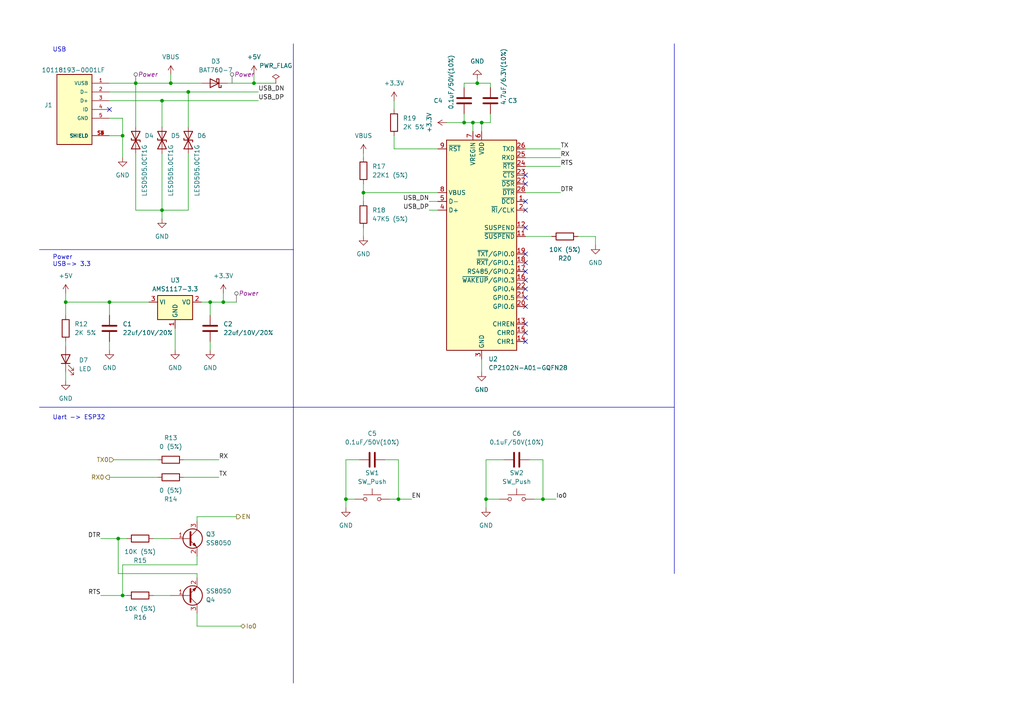
<source format=kicad_sch>
(kicad_sch (version 20230121) (generator eeschema)
  (paper "A4")
  (lib_symbols
    (symbol "Device:C" (pin_numbers hide) (pin_names (offset 0.254))
      (property "Reference" "C" (at 0.635 2.54 0))
      (property "Value" "C" (at 0.635 -2.54 0))
      (symbol "C_0_1"
        (polyline (pts (xy -2.032 -0.762) (xy 2.032 -0.762)) (stroke (width 0.508)))
        (polyline (pts (xy -2.032 0.762) (xy 2.032 0.762)) (stroke (width 0.508)))
      )
      (symbol "C_1_1"
        (pin passive line (at 0 3.81 270) (length 2.794) (name "~") (number "1"))
        (pin passive line (at 0 -3.81 90) (length 2.794) (name "~") (number "2"))
      )
    )
    (symbol "Device:D_Schottky" (pin_numbers hide) (pin_names (offset 1.016) hide)
      (property "Reference" "D" (at 0 2.54 0))
      (property "Value" "D_Schottky" (at 0 -2.54 0))
      (symbol "D_Schottky_0_1"
        (polyline (pts (xy 1.27 0) (xy -1.27 0)))
        (polyline (pts (xy 1.27 1.27) (xy 1.27 -1.27) (xy -1.27 0) (xy 1.27 1.27)) (stroke (width 0.254)))
        (polyline (pts (xy -1.905 0.635) (xy -1.905 1.27) (xy -1.27 1.27) (xy -1.27 -1.27) (xy -0.635 -1.27) (xy -0.635 -0.635)) (stroke (width 0.254)))
      )
      (symbol "D_Schottky_1_1"
        (pin passive line (at -3.81 0 0) (length 2.54) (name "K") (number "1"))
        (pin passive line (at 3.81 0 180) (length 2.54) (name "A") (number "2"))
      )
    )
    (symbol "Device:D_TVS" (pin_numbers hide) (pin_names (offset 1.016) hide)
      (property "Reference" "D" (at 0 2.54 0))
      (property "Value" "D_TVS" (at 0 -2.54 0))
      (symbol "D_TVS_0_1"
        (polyline (pts (xy 1.27 0) (xy -1.27 0)))
        (polyline (pts (xy 0.508 1.27) (xy 0 1.27) (xy 0 -1.27) (xy -0.508 -1.27)) (stroke (width 0.254)))
        (polyline (pts (xy -2.54 1.27) (xy -2.54 -1.27) (xy 2.54 1.27) (xy 2.54 -1.27) (xy -2.54 1.27)) (stroke (width 0.254)))
      )
      (symbol "D_TVS_1_1"
        (pin passive line (at -3.81 0 0) (length 2.54) (name "A1") (number "1"))
        (pin passive line (at 3.81 0 180) (length 2.54) (name "A2") (number "2"))
      )
    )
    (symbol "Device:LED" (pin_numbers hide) (pin_names (offset 1.016) hide)
      (property "Reference" "D" (at 0 2.54 0))
      (property "Value" "LED" (at 0 -2.54 0))
      (symbol "LED_0_1"
        (polyline (pts (xy -1.27 -1.27) (xy -1.27 1.27)) (stroke (width 0.254)))
        (polyline (pts (xy -1.27 0) (xy 1.27 0)))
        (polyline (pts (xy 1.27 -1.27) (xy 1.27 1.27) (xy -1.27 0) (xy 1.27 -1.27)) (stroke (width 0.254)))
        (polyline (pts (xy -3.048 -0.762) (xy -4.572 -2.286) (xy -3.81 -2.286) (xy -4.572 -2.286) (xy -4.572 -1.524)))
        (polyline (pts (xy -1.778 -0.762) (xy -3.302 -2.286) (xy -2.54 -2.286) (xy -3.302 -2.286) (xy -3.302 -1.524)))
      )
      (symbol "LED_1_1"
        (pin passive line (at -3.81 0 0) (length 2.54) (name "K") (number "1"))
        (pin passive line (at 3.81 0 180) (length 2.54) (name "A") (number "2"))
      )
    )
    (symbol "Device:Q_NPN_BEC" (pin_names (offset 0) hide)
      (property "Reference" "Q" (at 5.08 1.27 0))
      (property "Value" "Q_NPN_BEC" (at 5.08 -1.27 0))
      (symbol "Q_NPN_BEC_0_1"
        (polyline (pts (xy 0.635 0.635) (xy 2.54 2.54)))
        (polyline (pts (xy 0.635 -0.635) (xy 2.54 -2.54) (xy 2.54 -2.54)))
        (polyline (pts (xy 0.635 1.905) (xy 0.635 -1.905) (xy 0.635 -1.905)) (stroke (width 0.508)))
        (polyline (pts (xy 1.27 -1.778) (xy 1.778 -1.27) (xy 2.286 -2.286) (xy 1.27 -1.778) (xy 1.27 -1.778)) (fill (type outline)))
        (circle (center 1.27 0) (radius 2.8194) (stroke (width 0.254)))
      )
      (symbol "Q_NPN_BEC_1_1"
        (pin input line (at -5.08 0 0) (length 5.715) (name "B") (number "1"))
        (pin passive line (at 2.54 -5.08 90) (length 2.54) (name "E") (number "2"))
        (pin passive line (at 2.54 5.08 270) (length 2.54) (name "C") (number "3"))
      )
    )
    (symbol "Device:R" (pin_numbers hide) (pin_names (offset 0))
      (property "Reference" "R" (at 2.032 0 90))
      (property "Value" "R" (at 0 0 90))
      (symbol "R_0_1"
        (rectangle (start -1.016 -2.54) (end 1.016 2.54) (stroke (width 0.254)))
      )
      (symbol "R_1_1"
        (pin passive line (at 0 3.81 270) (length 1.27) (name "~") (number "1"))
        (pin passive line (at 0 -3.81 90) (length 1.27) (name "~") (number "2"))
      )
    )
    (symbol "Interface_USB:CP2102N-Axx-xQFN28"
      (property "Reference" "U" (at -8.89 31.75 0))
      (property "Value" "CP2102N-Axx-xQFN28" (at 12.7 31.75 0))
      (symbol "CP2102N-Axx-xQFN28_0_1"
        (rectangle (start -10.16 30.48) (end 10.16 -30.48) (stroke (width 0.254)) (fill (type background)))
      )
      (symbol "CP2102N-Axx-xQFN28_1_1"
        (pin input line (at 12.7 12.7 180) (length 2.54) (name "~{DCD}") (number "1"))
        (pin no_connect line (at -10.16 -27.94 0) (length 2.54) hide (name "NC") (number "10"))
        (pin output line (at 12.7 2.54 180) (length 2.54) (name "~{SUSPEND}") (number "11"))
        (pin output line (at 12.7 5.08 180) (length 2.54) (name "SUSPEND") (number "12"))
        (pin output line (at 12.7 -22.86 180) (length 2.54) (name "CHREN") (number "13"))
        (pin output line (at 12.7 -27.94 180) (length 2.54) (name "CHR1") (number "14"))
        (pin output line (at 12.7 -25.4 180) (length 2.54) (name "CHR0") (number "15"))
        (pin bidirectional line (at 12.7 -10.16 180) (length 2.54) (name "~{WAKEUP}/GPIO.3") (number "16"))
        (pin bidirectional line (at 12.7 -7.62 180) (length 2.54) (name "RS485/GPIO.2") (number "17"))
        (pin bidirectional line (at 12.7 -5.08 180) (length 2.54) (name "~{RXT}/GPIO.1") (number "18"))
        (pin bidirectional line (at 12.7 -2.54 180) (length 2.54) (name "~{TXT}/GPIO.0") (number "19"))
        (pin bidirectional line (at 12.7 10.16 180) (length 2.54) (name "~{RI}/CLK") (number "2"))
        (pin bidirectional line (at 12.7 -17.78 180) (length 2.54) (name "GPIO.6") (number "20"))
        (pin bidirectional line (at 12.7 -15.24 180) (length 2.54) (name "GPIO.5") (number "21"))
        (pin bidirectional line (at 12.7 -12.7 180) (length 2.54) (name "GPIO.4") (number "22"))
        (pin input line (at 12.7 20.32 180) (length 2.54) (name "~{CTS}") (number "23"))
        (pin output line (at 12.7 22.86 180) (length 2.54) (name "~{RTS}") (number "24"))
        (pin input line (at 12.7 25.4 180) (length 2.54) (name "RXD") (number "25"))
        (pin output line (at 12.7 27.94 180) (length 2.54) (name "TXD") (number "26"))
        (pin input line (at 12.7 17.78 180) (length 2.54) (name "~{DSR}") (number "27"))
        (pin output line (at 12.7 15.24 180) (length 2.54) (name "~{DTR}") (number "28"))
        (pin passive line (at 0 -33.02 90) (length 2.54) hide (name "GND") (number "29"))
        (pin power_in line (at 0 -33.02 90) (length 2.54) (name "GND") (number "3"))
        (pin bidirectional line (at -12.7 10.16 0) (length 2.54) (name "D+") (number "4"))
        (pin bidirectional line (at -12.7 12.7 0) (length 2.54) (name "D-") (number "5"))
        (pin power_in line (at 0 33.02 270) (length 2.54) (name "VDD") (number "6"))
        (pin power_in line (at -2.54 33.02 270) (length 2.54) (name "VREGIN") (number "7"))
        (pin input line (at -12.7 15.24 0) (length 2.54) (name "VBUS") (number "8"))
        (pin input line (at -12.7 27.94 0) (length 2.54) (name "~{RST}") (number "9"))
      )
    )
    (symbol "LocoNetInterface:10118193-0001LF" (pin_names (offset 1.016))
      (property "Reference" "J" (at -5.0817 10.9286 0))
      (property "Value" "10118193-0001LF" (at -5.0819 -12.7097 0))
      (symbol "10118193-0001LF_0_0"
        (rectangle (start -5.08 -10.16) (end 5.08 10.16) (stroke (width 0.254)) (fill (type background)))
        (pin passive line (at -10.16 7.62 0) (length 5.08) (name "VUSB") (number "1"))
        (pin passive line (at -10.16 5.08 0) (length 5.08) (name "D-") (number "2"))
        (pin passive line (at -10.16 2.54 0) (length 5.08) (name "D+") (number "3"))
        (pin passive line (at -10.16 0 0) (length 5.08) (name "ID") (number "4"))
        (pin passive line (at -10.16 -2.54 0) (length 5.08) (name "GND") (number "5"))
        (pin passive line (at -10.16 -7.62 0) (length 5.08) (name "SHIELD") (number "S1"))
        (pin passive line (at -10.16 -7.62 0) (length 5.08) (name "SHIELD") (number "S2"))
        (pin passive line (at -10.16 -7.62 0) (length 5.08) (name "SHIELD") (number "S3"))
        (pin passive line (at -10.16 -7.62 0) (length 5.08) (name "SHIELD") (number "S4"))
        (pin passive line (at -10.16 -7.62 0) (length 5.08) (name "SHIELD") (number "S5"))
        (pin passive line (at -10.16 -7.62 0) (length 5.08) (name "SHIELD") (number "S6"))
      )
    )
    (symbol "Regulator_Linear:AMS1117-3.3"
      (property "Reference" "U" (at -3.81 3.175 0))
      (property "Value" "AMS1117-3.3" (at 0 3.175 0))
      (symbol "AMS1117-3.3_0_1"
        (rectangle (start -5.08 -5.08) (end 5.08 1.905) (stroke (width 0.254)) (fill (type background)))
      )
      (symbol "AMS1117-3.3_1_1"
        (pin power_in line (at 0 -7.62 90) (length 2.54) (name "GND") (number "1"))
        (pin power_out line (at 7.62 0 180) (length 2.54) (name "VO") (number "2"))
        (pin power_in line (at -7.62 0 0) (length 2.54) (name "VI") (number "3"))
      )
    )
    (symbol "Switch:SW_Push" (pin_numbers hide) (pin_names (offset 1.016) hide)
      (property "Reference" "SW" (at 1.27 2.54 0))
      (property "Value" "SW_Push" (at 0 -1.524 0))
      (symbol "SW_Push_0_1"
        (circle (center -2.032 0) (radius 0.508))
        (polyline (pts (xy 0 1.27) (xy 0 3.048)))
        (polyline (pts (xy 2.54 1.27) (xy -2.54 1.27)))
        (circle (center 2.032 0) (radius 0.508))
        (pin passive line (at -5.08 0 0) (length 2.54) (name "1") (number "1"))
        (pin passive line (at 5.08 0 180) (length 2.54) (name "2") (number "2"))
      )
    )
    (symbol "power:+3.3V" (power) (pin_names (offset 0))
      (property "Value" "+3.3V" (at 0 3.556 0))
      (symbol "+3.3V_0_1"
        (polyline (pts (xy -0.762 1.27) (xy 0 2.54)))
        (polyline (pts (xy 0 0) (xy 0 2.54)))
        (polyline (pts (xy 0 2.54) (xy 0.762 1.27)))
      )
      (symbol "+3.3V_1_1"
        (pin power_in line (at 0 0 90) (length 0) hide (name "+3.3V") (number "1"))
      )
    )
    (symbol "power:+5V" (power) (pin_names (offset 0))
      (property "Value" "+5V" (at 0 3.556 0))
      (symbol "+5V_0_1"
        (polyline (pts (xy -0.762 1.27) (xy 0 2.54)))
        (polyline (pts (xy 0 0) (xy 0 2.54)))
        (polyline (pts (xy 0 2.54) (xy 0.762 1.27)))
      )
      (symbol "+5V_1_1"
        (pin power_in line (at 0 0 90) (length 0) hide (name "+5V") (number "1"))
      )
    )
    (symbol "power:GND" (power) (pin_names (offset 0))
      (property "Value" "GND" (at 0 -3.81 0))
      (symbol "GND_0_1"
        (polyline (pts (xy 0 0) (xy 0 -1.27) (xy 1.27 -1.27) (xy 0 -2.54) (xy -1.27 -1.27) (xy 0 -1.27)))
      )
      (symbol "GND_1_1"
        (pin power_in line (at 0 0 270) (length 0) hide (name "GND") (number "1"))
      )
    )
    (symbol "power:PWR_FLAG" (power) (pin_numbers hide) (pin_names (offset 0) hide)
      (property "Value" "PWR_FLAG" (at 0 3.81 0))
      (symbol "PWR_FLAG_0_0"
        (pin power_out line (at 0 0 90) (length 0) (name "pwr") (number "1"))
      )
      (symbol "PWR_FLAG_0_1"
        (polyline (pts (xy 0 0) (xy 0 1.27) (xy -1.016 1.905) (xy 0 2.54) (xy 1.016 1.905) (xy 0 1.27)))
      )
    )
    (symbol "power:VBUS" (power) (pin_names (offset 0))
      (property "Value" "VBUS" (at 0 3.81 0))
      (symbol "VBUS_0_1"
        (polyline (pts (xy -0.762 1.27) (xy 0 2.54)))
        (polyline (pts (xy 0 0) (xy 0 2.54)))
        (polyline (pts (xy 0 2.54) (xy 0.762 1.27)))
      )
      (symbol "VBUS_1_1"
        (pin power_in line (at 0 0 90) (length 0) hide (name "VBUS") (number "1"))
      )
    )
  )
  (junction (at 35.56 39.37))
  (junction (at 60.96 87.63))
  (junction (at 54.61 26.67))
  (junction (at 49.53 24.13))
  (junction (at 137.16 35.56))
  (junction (at 139.7 35.56))
  (junction (at 115.57 144.78))
  (junction (at 64.77 87.63))
  (junction (at 19.05 87.63))
  (junction (at 105.41 55.88))
  (junction (at 134.62 35.56))
  (junction (at 39.37 24.13))
  (junction (at 35.56 172.72))
  (junction (at 157.48 144.78))
  (junction (at 140.97 144.78))
  (junction (at 34.29 156.21))
  (junction (at 46.99 60.96))
  (junction (at 138.43 24.13))
  (junction (at 73.66 24.13))
  (junction (at 31.75 87.63))
  (junction (at 46.99 29.21))
  (junction (at 100.33 144.78))
  (no_connect (at 152.4 60.96))
  (no_connect (at 152.4 86.36))
  (no_connect (at 152.4 73.66))
  (no_connect (at 152.4 88.9))
  (no_connect (at 152.4 96.52))
  (no_connect (at 152.4 93.98))
  (no_connect (at 152.4 53.34))
  (no_connect (at 31.75 31.75))
  (no_connect (at 152.4 83.82))
  (no_connect (at 152.4 58.42))
  (no_connect (at 152.4 78.74))
  (no_connect (at 152.4 81.28))
  (no_connect (at 152.4 66.04))
  (no_connect (at 152.4 99.06))
  (no_connect (at 152.4 50.8))
  (no_connect (at 152.4 76.2))
  (wire (pts (xy 46.99 60.96) (xy 39.37 60.96)))
  (wire (pts (xy 39.37 24.13) (xy 39.37 36.83)))
  (wire (pts (xy 157.48 133.35) (xy 157.48 144.78)))
  (wire (pts (xy 140.97 133.35) (xy 146.05 133.35)))
  (wire (pts (xy 105.41 55.88) (xy 105.41 58.42)))
  (wire (pts (xy 140.97 147.32) (xy 140.97 144.78)))
  (wire (pts (xy 124.46 60.96) (xy 127 60.96)))
  (wire (pts (xy 19.05 85.09) (xy 19.05 87.63)))
  (wire (pts (xy 57.15 149.86) (xy 57.15 151.13)))
  (wire (pts (xy 115.57 133.35) (xy 115.57 144.78)))
  (wire (pts (xy 64.77 87.63) (xy 68.58 87.63)))
  (polyline (pts (xy 11.43 118.11) (xy 85.09 118.11)))
  (wire (pts (xy 60.96 87.63) (xy 58.42 87.63)))
  (wire (pts (xy 140.97 144.78) (xy 140.97 133.35)))
  (wire (pts (xy 138.43 22.86) (xy 138.43 24.13)))
  (wire (pts (xy 46.99 29.21) (xy 74.93 29.21)))
  (wire (pts (xy 34.29 156.21) (xy 36.83 156.21)))
  (wire (pts (xy 39.37 24.13) (xy 49.53 24.13)))
  (wire (pts (xy 46.99 29.21) (xy 46.99 36.83)))
  (wire (pts (xy 139.7 35.56) (xy 142.24 35.56)))
  (wire (pts (xy 153.67 133.35) (xy 157.48 133.35)))
  (polyline (pts (xy 195.58 118.11) (xy 195.58 166.37)))
  (wire (pts (xy 57.15 177.8) (xy 57.15 181.61)))
  (wire (pts (xy 64.77 87.63) (xy 60.96 87.63)))
  (wire (pts (xy 31.75 138.43) (xy 45.72 138.43)))
  (wire (pts (xy 113.03 144.78) (xy 115.57 144.78)))
  (wire (pts (xy 57.15 167.64) (xy 57.15 166.37)))
  (wire (pts (xy 33.02 133.35) (xy 45.72 133.35)))
  (wire (pts (xy 60.96 99.06) (xy 60.96 101.6)))
  (wire (pts (xy 64.77 85.09) (xy 64.77 87.63)))
  (wire (pts (xy 140.97 144.78) (xy 144.78 144.78)))
  (wire (pts (xy 114.3 29.21) (xy 114.3 31.75)))
  (wire (pts (xy 139.7 38.1) (xy 139.7 35.56)))
  (wire (pts (xy 19.05 87.63) (xy 19.05 91.44)))
  (wire (pts (xy 73.66 24.13) (xy 66.04 24.13)))
  (wire (pts (xy 60.96 87.63) (xy 60.96 91.44)))
  (wire (pts (xy 142.24 24.13) (xy 138.43 24.13)))
  (wire (pts (xy 142.24 35.56) (xy 142.24 33.02)))
  (wire (pts (xy 46.99 44.45) (xy 46.99 60.96)))
  (wire (pts (xy 152.4 55.88) (xy 162.56 55.88)))
  (wire (pts (xy 152.4 48.26) (xy 162.56 48.26)))
  (wire (pts (xy 57.15 181.61) (xy 69.85 181.61)))
  (polyline (pts (xy 85.09 72.39) (xy 85.09 118.11)))
  (wire (pts (xy 54.61 26.67) (xy 54.61 36.83)))
  (wire (pts (xy 124.46 58.42) (xy 127 58.42)))
  (wire (pts (xy 152.4 68.58) (xy 160.02 68.58)))
  (wire (pts (xy 31.75 99.06) (xy 31.75 101.6)))
  (wire (pts (xy 154.94 144.78) (xy 157.48 144.78)))
  (wire (pts (xy 49.53 21.59) (xy 49.53 24.13)))
  (wire (pts (xy 31.75 87.63) (xy 43.18 87.63)))
  (wire (pts (xy 53.34 133.35) (xy 63.5 133.35)))
  (wire (pts (xy 134.62 35.56) (xy 134.62 33.02)))
  (wire (pts (xy 115.57 144.78) (xy 119.38 144.78)))
  (wire (pts (xy 129.54 35.56) (xy 134.62 35.56)))
  (wire (pts (xy 39.37 60.96) (xy 39.37 44.45)))
  (polyline (pts (xy 11.43 72.39) (xy 85.09 72.39)))
  (wire (pts (xy 100.33 144.78) (xy 100.33 147.32)))
  (wire (pts (xy 73.66 21.59) (xy 73.66 24.13)))
  (wire (pts (xy 134.62 24.13) (xy 134.62 25.4)))
  (wire (pts (xy 46.99 63.5) (xy 46.99 60.96)))
  (wire (pts (xy 57.15 166.37) (xy 34.29 166.37)))
  (wire (pts (xy 157.48 144.78) (xy 161.29 144.78)))
  (wire (pts (xy 63.5 138.43) (xy 53.34 138.43)))
  (wire (pts (xy 100.33 133.35) (xy 100.33 144.78)))
  (wire (pts (xy 19.05 107.95) (xy 19.05 110.49)))
  (wire (pts (xy 31.75 24.13) (xy 39.37 24.13)))
  (wire (pts (xy 31.75 34.29) (xy 35.56 34.29)))
  (wire (pts (xy 138.43 24.13) (xy 134.62 24.13)))
  (polyline (pts (xy 85.09 12.7) (xy 85.09 72.39)))
  (wire (pts (xy 31.75 26.67) (xy 54.61 26.67)))
  (wire (pts (xy 104.14 133.35) (xy 100.33 133.35)))
  (wire (pts (xy 142.24 25.4) (xy 142.24 24.13)))
  (wire (pts (xy 100.33 144.78) (xy 102.87 144.78)))
  (polyline (pts (xy 85.09 118.11) (xy 85.09 198.12)))
  (wire (pts (xy 105.41 55.88) (xy 127 55.88)))
  (wire (pts (xy 105.41 66.04) (xy 105.41 68.58)))
  (wire (pts (xy 29.21 172.72) (xy 35.56 172.72)))
  (wire (pts (xy 54.61 60.96) (xy 54.61 44.45)))
  (wire (pts (xy 31.75 39.37) (xy 35.56 39.37)))
  (wire (pts (xy 34.29 166.37) (xy 34.29 156.21)))
  (wire (pts (xy 44.45 172.72) (xy 49.53 172.72)))
  (wire (pts (xy 35.56 34.29) (xy 35.56 39.37)))
  (wire (pts (xy 35.56 163.83) (xy 35.56 172.72)))
  (polyline (pts (xy 85.09 118.11) (xy 195.58 118.11)))
  (polyline (pts (xy 195.58 12.7) (xy 195.58 118.11)))
  (wire (pts (xy 46.99 60.96) (xy 54.61 60.96)))
  (wire (pts (xy 44.45 156.21) (xy 49.53 156.21)))
  (wire (pts (xy 114.3 39.37) (xy 114.3 43.18)))
  (wire (pts (xy 31.75 29.21) (xy 46.99 29.21)))
  (wire (pts (xy 68.58 149.86) (xy 57.15 149.86)))
  (wire (pts (xy 105.41 44.45) (xy 105.41 45.72)))
  (wire (pts (xy 29.21 156.21) (xy 34.29 156.21)))
  (wire (pts (xy 49.53 24.13) (xy 58.42 24.13)))
  (wire (pts (xy 139.7 104.14) (xy 139.7 107.95)))
  (wire (pts (xy 111.76 133.35) (xy 115.57 133.35)))
  (wire (pts (xy 137.16 35.56) (xy 139.7 35.56)))
  (wire (pts (xy 57.15 163.83) (xy 35.56 163.83)))
  (wire (pts (xy 172.72 68.58) (xy 167.64 68.58)))
  (wire (pts (xy 57.15 161.29) (xy 57.15 163.83)))
  (wire (pts (xy 35.56 172.72) (xy 36.83 172.72)))
  (wire (pts (xy 137.16 38.1) (xy 137.16 35.56)))
  (wire (pts (xy 19.05 99.06) (xy 19.05 100.33)))
  (wire (pts (xy 73.66 24.13) (xy 80.01 24.13)))
  (wire (pts (xy 50.8 95.25) (xy 50.8 101.6)))
  (wire (pts (xy 105.41 53.34) (xy 105.41 55.88)))
  (wire (pts (xy 35.56 39.37) (xy 35.56 45.72)))
  (wire (pts (xy 152.4 45.72) (xy 162.56 45.72)))
  (wire (pts (xy 54.61 26.67) (xy 74.93 26.67)))
  (wire (pts (xy 172.72 71.12) (xy 172.72 68.58)))
  (wire (pts (xy 114.3 43.18) (xy 127 43.18)))
  (wire (pts (xy 19.05 87.63) (xy 31.75 87.63)))
  (wire (pts (xy 31.75 87.63) (xy 31.75 91.44)))
  (wire (pts (xy 162.56 43.18) (xy 152.4 43.18)))
  (wire (pts (xy 134.62 35.56) (xy 137.16 35.56)))
  (text "Power\nUSB-> 3.3" (at 15.24 77.47 0) (effects (font (size 1.27 1.27)) (justify left bottom)))
  (text "Uart -> ESP32" (at 15.24 121.92 0) (effects (font (size 1.27 1.27)) (justify left bottom)))
  (text "USB" (at 15.24 15.24 0) (effects (font (size 1.27 1.27)) (justify left bottom)))
  (label "RX" (at 63.5 133.35 0))
  (label "TX" (at 63.5 138.43 0))
  (label "USB_DP" (at 74.93 29.21 0))
  (label "USB_DP" (at 124.46 60.96 180))
  (label "TX" (at 162.56 43.18 0))
  (label "RTS" (at 29.21 172.72 180))
  (label "EN" (at 119.38 144.78 0))
  (label "DTR" (at 29.21 156.21 180))
  (label "USB_DN" (at 74.93 26.67 0))
  (label "DTR" (at 162.56 55.88 0))
  (label "Io0" (at 161.29 144.78 0))
  (label "RTS" (at 162.56 48.26 0))
  (label "USB_DN" (at 124.46 58.42 180))
  (label "RX" (at 162.56 45.72 0))
  (hierarchical_label "EN" (shape output) (at 68.58 149.86 0))
  (hierarchical_label "TX0" (shape input) (at 33.02 133.35 180))
  (hierarchical_label "RX0" (shape output) (at 31.75 138.43 180))
  (hierarchical_label "Io0" (shape bidirectional) (at 69.85 181.61 0))
  (netclass_flag "" (length 2.54) (shape round) (at 39.37 24.13 0) (property "Netclass" "Power" (at 39.9796 21.59 0) (effects (font italic) (justify left))))
  (netclass_flag "" (length 2.54) (shape round) (at 68.58 87.63 0) (property "Netclass" "Power" (at 69.1896 85.09 0) (effects (font italic) (justify left))))
  (netclass_flag "" (length 2.54) (shape round) (at 67.31 24.13 0) (property "Netclass" "Power" (at 67.9196 21.59 0) (effects (font italic) (justify left))))
  (symbol (lib_id "Device:C") (at 149.86 133.35 90) (unit 1)
    (property "Reference" "C6" (at 149.86 125.73 90))
    (property "Value" "0.1uF/50V(10%)" (at 149.86 128.27 90))
    (property "Footprint" "Capacitor_SMD:C_0805_2012Metric" (effects hide))
    (property "LCSC" "C49678" (effects hide))
  )
  (symbol (lib_id "Device:LED") (at 19.05 104.14 90) (unit 1)
    (property "Reference" "D7" (at 22.86 104.4575 90) (effects (justify right)))
    (property "Value" "LED" (at 22.86 106.9975 90) (effects (justify right)))
    (property "Footprint" "LED_SMD:LED_0805_2012Metric" (effects hide))
    (property "LCSC" "C2296" (effects hide))
  )
  (symbol (lib_id "power:+5V") (at 73.66 21.59 0) (unit 1)
    (property "Reference" "#PWR011" (effects hide))
    (property "Value" "+5V" (at 73.66 16.51 0))
  )
  (symbol (lib_id "Device:Q_NPN_BEC") (at 54.61 172.72 0) (mirror x) (unit 1)
    (property "Reference" "Q4" (at 59.69 173.99 0) (effects (justify left)))
    (property "Value" "SS8050" (at 59.69 171.45 0) (effects (justify left)))
    (property "Footprint" "Package_TO_SOT_SMD:SOT-23" (effects hide))
    (property "LCSC" "C2150" (effects hide))
  )
  (symbol (lib_id "Device:D_Schottky") (at 62.23 24.13 180) (unit 1)
    (property "Reference" "D3" (at 62.5475 17.78 0))
    (property "Value" "BAT760-7" (at 62.5475 20.32 0))
    (property "Footprint" "Diode_SMD:D_SOD-323" (effects hide))
    (property "LCSC" "C124187" (effects hide))
  )
  (symbol (lib_id "power:GND") (at 172.72 71.12 0) (unit 1)
    (property "Reference" "#PWR029" (effects hide))
    (property "Value" "GND" (at 172.72 76.2 0))
  )
  (symbol (lib_id "Device:R") (at 40.64 172.72 270) (unit 1)
    (property "Reference" "R16" (at 40.64 179.07 90))
    (property "Value" "10K (5%)" (at 40.64 176.53 90))
    (property "Footprint" "Resistor_SMD:R_0805_2012Metric" (effects hide))
    (property "LCSC" "C17414" (effects hide))
  )
  (symbol (lib_id "Device:C") (at 142.24 29.21 0) (unit 1)
    (property "Reference" "C3" (at 147.32 29.21 0) (effects (justify left)))
    (property "Value" "4.7uF/6.3V(10%)" (at 146.05 30.48 90) (effects (justify left)))
    (property "Footprint" "Capacitor_SMD:C_0805_2012Metric" (effects hide))
    (property "LCSC" "C1779" (effects hide))
  )
  (symbol (lib_id "power:GND") (at 60.96 101.6 0) (unit 1)
    (property "Reference" "#PWR022" (effects hide))
    (property "Value" "GND" (at 60.96 106.68 0))
  )
  (symbol (lib_id "LocoNetInterface:10118193-0001LF") (at 21.59 31.75 0) (mirror y) (unit 1)
    (property "Reference" "J1" (at 15.24 30.48 0) (effects (justify left)))
    (property "Value" "10118193-0001LF" (at 30.48 20.32 0) (effects (justify left)))
    (property "Footprint" "AMPHENOL_10118193-0001LF" (effects hide))
    (property "LCSC" "C132562" (effects hide))
    (property "PARTREV" "E" (effects hide))
    (property "MANUFACTURER" "Amphenol FCI" (effects hide))
    (property "MAXIMUM_PACKAGE_HEIGHT" "2.55 mm" (effects hide))
    (property "STANDARD" "Manufacturer Recommendations" (effects hide))
  )
  (symbol (lib_id "Device:R") (at 19.05 95.25 0) (unit 1)
    (property "Reference" "R12" (at 21.59 93.98 0) (effects (justify left)))
    (property "Value" "2K 5%" (at 21.59 96.52 0) (effects (justify left)))
    (property "Footprint" "Resistor_SMD:R_0805_2012Metric" (effects hide))
    (property "LCSC" "C212449" (effects hide))
  )
  (symbol (lib_id "Device:R") (at 163.83 68.58 270) (unit 1)
    (property "Reference" "R20" (at 163.83 74.93 90))
    (property "Value" "10K (5%)" (at 163.83 72.39 90))
    (property "Footprint" "Resistor_SMD:R_0805_2012Metric" (effects hide))
    (property "LCSC" "C17414" (effects hide))
  )
  (symbol (lib_id "power:VBUS") (at 49.53 21.59 0) (unit 1)
    (property "Reference" "#PWR014" (effects hide))
    (property "Value" "VBUS" (at 49.53 16.51 0))
  )
  (symbol (lib_id "Device:D_TVS") (at 39.37 40.64 90) (unit 1)
    (property "Reference" "D4" (at 41.91 39.37 90) (effects (justify right)))
    (property "Value" "LESD5D5.0CT1G" (at 41.91 41.91 0) (effects (justify right)))
    (property "Footprint" "Diode_SMD:D_SOD-523" (effects hide))
    (property "LCSC" "C383211" (effects hide))
  )
  (symbol (lib_id "power:GND") (at 138.43 22.86 180) (unit 1)
    (property "Reference" "#PWR027" (effects hide))
    (property "Value" "GND" (at 138.43 17.78 0))
  )
  (symbol (lib_id "Device:C") (at 134.62 29.21 0) (unit 1)
    (property "Reference" "C4" (at 125.73 29.21 0) (effects (justify left)))
    (property "Value" "0.1uF/50V(10%)" (at 130.81 31.75 90) (effects (justify left)))
    (property "Footprint" "Capacitor_SMD:C_0805_2012Metric" (effects hide))
    (property "LCSC" "C49678" (effects hide))
  )
  (symbol (lib_id "Device:R") (at 105.41 62.23 180) (unit 1)
    (property "Reference" "R18" (at 107.95 60.96 0) (effects (justify right)))
    (property "Value" "47K5 (5%)" (at 107.95 63.5 0) (effects (justify right)))
    (property "Footprint" "Resistor_SMD:R_0805_2012Metric" (effects hide))
    (property "LCSC" "C245335" (effects hide))
  )
  (symbol (lib_id "Switch:SW_Push") (at 149.86 144.78 0) (unit 1)
    (property "Reference" "SW2" (at 149.86 137.16 0))
    (property "Value" "SW_Push" (at 149.86 139.7 0))
    (property "Footprint" "Button_Switch_SMD:SW_Push_1P1T_XKB_TS-1187A" (effects hide))
  )
  (symbol (lib_id "power:GND") (at 35.56 45.72 0) (unit 1)
    (property "Reference" "#PWR015" (effects hide))
    (property "Value" "GND" (at 35.56 50.8 0))
  )
  (symbol (lib_id "power:VBUS") (at 105.41 44.45 0) (unit 1)
    (property "Reference" "#PWR023" (effects hide))
    (property "Value" "VBUS" (at 105.41 39.37 0))
  )
  (symbol (lib_id "power:GND") (at 46.99 63.5 0) (unit 1)
    (property "Reference" "#PWR016" (effects hide))
    (property "Value" "GND" (at 46.99 68.58 0))
  )
  (symbol (lib_id "Device:R") (at 49.53 133.35 90) (unit 1)
    (property "Reference" "R13" (at 49.53 127 90))
    (property "Value" "0 (5%)" (at 49.53 129.54 90))
    (property "Footprint" "Resistor_SMD:R_0805_2012Metric" (effects hide))
    (property "LCSC" "C2936632" (effects hide))
  )
  (symbol (lib_id "power:GND") (at 139.7 107.95 0) (unit 1)
    (property "Reference" "#PWR025" (effects hide))
    (property "Value" "GND" (at 139.7 113.03 0))
  )
  (symbol (lib_id "power:+3.3V") (at 114.3 29.21 0) (unit 1)
    (property "Reference" "#PWR028" (effects hide))
    (property "Value" "+3.3V" (at 114.3 24.13 0))
  )
  (symbol (lib_id "Device:C") (at 60.96 95.25 0) (unit 1)
    (property "Reference" "C2" (at 64.77 93.98 0) (effects (justify left)))
    (property "Value" "22uf/10V/20%" (at 64.77 96.52 0) (effects (justify left)))
    (property "Footprint" "Capacitor_SMD:C_0805_2012Metric" (effects hide))
    (property "LCSC" "C45783" (effects hide))
  )
  (symbol (lib_id "power:+3.3V") (at 64.77 85.09 0) (unit 1)
    (property "Reference" "#PWR018" (effects hide))
    (property "Value" "+3.3V" (at 64.77 80.01 0))
  )
  (symbol (lib_id "Device:R") (at 105.41 49.53 180) (unit 1)
    (property "Reference" "R17" (at 107.95 48.26 0) (effects (justify right)))
    (property "Value" "22K1 (5%)" (at 107.95 50.8 0) (effects (justify right)))
    (property "Footprint" "Resistor_SMD:R_0805_2012Metric" (effects hide))
    (property "LCSC" "C153391" (effects hide))
  )
  (symbol (lib_id "power:GND") (at 31.75 101.6 0) (unit 1)
    (property "Reference" "#PWR020" (effects hide))
    (property "Value" "GND" (at 31.75 106.68 0))
  )
  (symbol (lib_id "power:+3.3V") (at 129.54 35.56 90) (unit 1)
    (property "Reference" "#PWR026" (effects hide))
    (property "Value" "+3.3V" (at 124.46 35.56 0))
  )
  (symbol (lib_id "Device:C") (at 31.75 95.25 0) (unit 1)
    (property "Reference" "C1" (at 35.56 93.98 0) (effects (justify left)))
    (property "Value" "22uf/10V/20%" (at 35.56 96.52 0) (effects (justify left)))
    (property "Footprint" "Capacitor_SMD:C_0805_2012Metric" (effects hide))
    (property "LCSC" "C45783" (effects hide))
  )
  (symbol (lib_id "Device:D_TVS") (at 54.61 40.64 90) (unit 1)
    (property "Reference" "D6" (at 57.15 39.37 90) (effects (justify right)))
    (property "Value" "LESD5D5.0CT1G" (at 57.15 41.91 0) (effects (justify right)))
    (property "Footprint" "Diode_SMD:D_SOD-523" (effects hide))
    (property "LCSC" "C383211" (effects hide))
  )
  (symbol (lib_id "power:PWR_FLAG") (at 80.01 24.13 0) (unit 1)
    (property "Reference" "#FLG02" (effects hide))
    (property "Value" "PWR_FLAG" (at 80.01 19.05 0))
  )
  (symbol (lib_id "power:GND") (at 140.97 147.32 0) (unit 1)
    (property "Reference" "#PWR030" (effects hide))
    (property "Value" "GND" (at 140.97 152.4 0))
  )
  (symbol (lib_id "power:+5V") (at 19.05 85.09 0) (unit 1)
    (property "Reference" "#PWR017" (effects hide))
    (property "Value" "+5V" (at 19.05 80.01 0))
  )
  (symbol (lib_id "Device:R") (at 40.64 156.21 270) (unit 1)
    (property "Reference" "R15" (at 40.64 162.56 90))
    (property "Value" "10K (5%)" (at 40.64 160.02 90))
    (property "Footprint" "Resistor_SMD:R_0805_2012Metric" (effects hide))
    (property "LCSC" "C17414" (effects hide))
  )
  (symbol (lib_id "Switch:SW_Push") (at 107.95 144.78 0) (unit 1)
    (property "Reference" "SW1" (at 107.95 137.16 0))
    (property "Value" "SW_Push" (at 107.95 139.7 0))
    (property "Footprint" "Button_Switch_SMD:SW_Push_1P1T_XKB_TS-1187A" (effects hide))
  )
  (symbol (lib_id "Device:Q_NPN_BEC") (at 54.61 156.21 0) (unit 1)
    (property "Reference" "Q3" (at 59.69 154.94 0) (effects (justify left)))
    (property "Value" "SS8050" (at 59.69 157.48 0) (effects (justify left)))
    (property "Footprint" "Package_TO_SOT_SMD:SOT-23" (effects hide))
    (property "LCSC" "C2150" (effects hide))
  )
  (symbol (lib_id "power:GND") (at 19.05 110.49 0) (unit 1)
    (property "Reference" "#PWR019" (effects hide))
    (property "Value" "GND" (at 19.05 115.57 0))
  )
  (symbol (lib_id "power:GND") (at 105.41 68.58 0) (unit 1)
    (property "Reference" "#PWR024" (effects hide))
    (property "Value" "GND" (at 105.41 73.66 0))
  )
  (symbol (lib_id "Device:R") (at 49.53 138.43 270) (unit 1)
    (property "Reference" "R14" (at 49.53 144.78 90))
    (property "Value" "0 (5%)" (at 49.53 142.24 90))
    (property "Footprint" "Resistor_SMD:R_0805_2012Metric" (effects hide))
    (property "LCSC" "C2936632" (effects hide))
  )
  (symbol (lib_id "Device:C") (at 107.95 133.35 90) (unit 1)
    (property "Reference" "C5" (at 107.95 125.73 90))
    (property "Value" "0.1uF/50V(10%)" (at 107.95 128.27 90))
    (property "Footprint" "Capacitor_SMD:C_0805_2012Metric" (effects hide))
    (property "LCSC" "C49678" (effects hide))
  )
  (symbol (lib_id "Device:D_TVS") (at 46.99 40.64 90) (unit 1)
    (property "Reference" "D5" (at 49.53 39.37 90) (effects (justify right)))
    (property "Value" "LESD5D5.0CT1G" (at 49.53 41.91 0) (effects (justify right)))
    (property "Footprint" "Diode_SMD:D_SOD-523" (effects hide))
    (property "LCSC" "C383211" (effects hide))
  )
  (symbol (lib_id "Regulator_Linear:AMS1117-3.3") (at 50.8 87.63 0) (unit 1)
    (property "Reference" "U3" (at 50.8 81.28 0))
    (property "Value" "AMS1117-3.3" (at 50.8 83.82 0))
    (property "Footprint" "Package_TO_SOT_SMD:SOT-223-3_TabPin2" (effects hide))
    (property "Datasheet" "http://www.advanced-monolithic.com/pdf/ds1117.pdf" (effects hide))
    (property "LCSC" "C6186" (effects hide))
  )
  (symbol (lib_id "power:GND") (at 100.33 147.32 0) (unit 1)
    (property "Reference" "#PWR031" (effects hide))
    (property "Value" "GND" (at 100.33 152.4 0))
  )
  (symbol (lib_id "Device:R") (at 114.3 35.56 0) (unit 1)
    (property "Reference" "R19" (at 116.84 34.29 0) (effects (justify left)))
    (property "Value" "2K 5%" (at 116.84 36.83 0) (effects (justify left)))
    (property "Footprint" "Resistor_SMD:R_0805_2012Metric" (effects hide))
    (property "LCSC" "C212449" (effects hide))
  )
  (symbol (lib_id "Interface_USB:CP2102N-Axx-xQFN28") (at 139.7 71.12 0) (unit 1)
    (property "Reference" "U2" (at 141.6559 104.14 0) (effects (justify left)))
    (property "Value" "CP2102N-A01-GQFN28" (at 141.6559 106.68 0) (effects (justify left)))
    (property "Footprint" "Package_DFN_QFN:QFN-28-1EP_5x5mm_P0.5mm_EP3.35x3.35mm" (effects hide))
    (property "Datasheet" "https://www.silabs.com/documents/public/data-sheets/cp2102n-datasheet.pdf" (effects hide))
    (property "LCSC" "C964632" (effects hide))
  )
  (symbol (lib_id "power:GND") (at 50.8 101.6 0) (unit 1)
    (property "Reference" "#PWR021" (effects hide))
    (property "Value" "GND" (at 50.8 106.68 0))
  )
)
</source>
